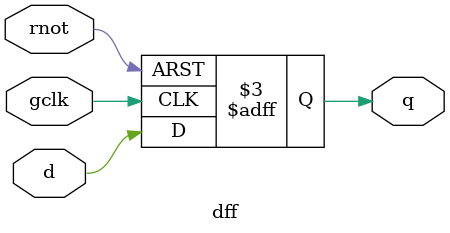
<source format=v>
module inv(in, out);
input in;
output out;
assign out = ~in;
endmodule

module nand2(a, b, out);
input a, b;
output out;
assign out = ~(a & b);
endmodule

module nand3(a, b, c, out);
input a, b, c;
output out;
assign out = ~(a & b & c);
endmodule

module nand4(a, b, c, d, out);
input a, b, c, d;
output out;
assign out = ~(a & b & c & d);
endmodule

module nor2(a, b, out);
input a, b;
output out;
assign out = ~(a | b);
endmodule

module nor3(a, b, c, out);
input a, b, c;
output out;
assign out = ~(a | b | c);
endmodule

module xor2(a, b, out);
input a, b;
output out;
assign out = (a ^ b);
endmodule

module aoi12(a, b, c, out);
input a, b, c;
output out;
assign out = ~(a | (b & c));
endmodule

module aoi22(a, b, c, d, out);
input a, b, c, d;
output out;
assign out = ~((a & b) | (c & d));
endmodule

module oai12(a, b, c, out);
input a, b, c;
output out;
assign out = ~(a & (b | c));
endmodule

module oai22(a, b, c, d, out);
input a, b, c, d;
output out;
assign out = ~((a | b) & (c | d));
endmodule

module dff( d, gclk, rnot, q);
input d, gclk, rnot;
output q;
reg q;
always @(posedge gclk or negedge rnot)
  if (rnot == 1'b0)
    q = 1'b0;
  else
    q = d;
endmodule



</source>
